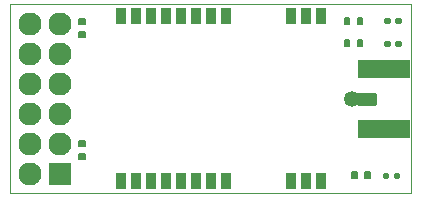
<source format=gts>
G75*
%MOIN*%
%OFA0B0*%
%FSLAX25Y25*%
%IPPOS*%
%LPD*%
%AMOC8*
5,1,8,0,0,1.08239X$1,22.5*
%
%ADD10C,0.00000*%
%ADD11C,0.00681*%
%ADD12R,0.03450X0.05300*%
%ADD13R,0.07700X0.07700*%
%ADD14C,0.07700*%
%ADD15C,0.00860*%
%ADD16C,0.05300*%
%ADD17R,0.17300X0.06300*%
%ADD18C,0.01134*%
D10*
X0004900Y0004900D02*
X0004900Y0067900D01*
X0138687Y0067900D01*
X0138687Y0004900D01*
X0004900Y0004900D01*
D11*
X0029891Y0016441D02*
X0029891Y0018029D01*
X0029891Y0016441D02*
X0027909Y0016441D01*
X0027909Y0018029D01*
X0029891Y0018029D01*
X0029891Y0017121D02*
X0027909Y0017121D01*
X0027909Y0017801D02*
X0029891Y0017801D01*
X0029891Y0020771D02*
X0029891Y0022359D01*
X0029891Y0020771D02*
X0027909Y0020771D01*
X0027909Y0022359D01*
X0029891Y0022359D01*
X0029891Y0021451D02*
X0027909Y0021451D01*
X0027909Y0022131D02*
X0029891Y0022131D01*
X0027909Y0056941D02*
X0027909Y0058529D01*
X0029891Y0058529D01*
X0029891Y0056941D01*
X0027909Y0056941D01*
X0027909Y0057621D02*
X0029891Y0057621D01*
X0029891Y0058301D02*
X0027909Y0058301D01*
X0027909Y0061271D02*
X0027909Y0062859D01*
X0029891Y0062859D01*
X0029891Y0061271D01*
X0027909Y0061271D01*
X0027909Y0061951D02*
X0029891Y0061951D01*
X0029891Y0062631D02*
X0027909Y0062631D01*
X0116441Y0063391D02*
X0118029Y0063391D01*
X0118029Y0061409D01*
X0116441Y0061409D01*
X0116441Y0063391D01*
X0116441Y0062089D02*
X0118029Y0062089D01*
X0118029Y0062769D02*
X0116441Y0062769D01*
X0120771Y0063391D02*
X0122359Y0063391D01*
X0122359Y0061409D01*
X0120771Y0061409D01*
X0120771Y0063391D01*
X0120771Y0062089D02*
X0122359Y0062089D01*
X0122359Y0062769D02*
X0120771Y0062769D01*
X0120771Y0055891D02*
X0122359Y0055891D01*
X0122359Y0053909D01*
X0120771Y0053909D01*
X0120771Y0055891D01*
X0120771Y0054589D02*
X0122359Y0054589D01*
X0122359Y0055269D02*
X0120771Y0055269D01*
X0118029Y0055891D02*
X0116441Y0055891D01*
X0118029Y0055891D02*
X0118029Y0053909D01*
X0116441Y0053909D01*
X0116441Y0055891D01*
X0116441Y0054589D02*
X0118029Y0054589D01*
X0118029Y0055269D02*
X0116441Y0055269D01*
X0118941Y0011891D02*
X0120529Y0011891D01*
X0120529Y0009909D01*
X0118941Y0009909D01*
X0118941Y0011891D01*
X0118941Y0010589D02*
X0120529Y0010589D01*
X0120529Y0011269D02*
X0118941Y0011269D01*
X0123271Y0011891D02*
X0124859Y0011891D01*
X0124859Y0009909D01*
X0123271Y0009909D01*
X0123271Y0011891D01*
X0123271Y0010589D02*
X0124859Y0010589D01*
X0124859Y0011269D02*
X0123271Y0011269D01*
D12*
X0108703Y0008900D03*
X0103703Y0008900D03*
X0098703Y0008900D03*
X0076774Y0008900D03*
X0071774Y0008900D03*
X0066774Y0008900D03*
X0061774Y0008900D03*
X0056774Y0008900D03*
X0051774Y0008900D03*
X0046774Y0008900D03*
X0041774Y0008900D03*
X0041774Y0064018D03*
X0046774Y0064018D03*
X0051774Y0064018D03*
X0056774Y0064018D03*
X0061774Y0064018D03*
X0066774Y0064018D03*
X0071774Y0064018D03*
X0076774Y0064018D03*
X0098703Y0064018D03*
X0103703Y0064018D03*
X0108703Y0064018D03*
D13*
X0021400Y0011400D03*
D14*
X0011400Y0011400D03*
X0011400Y0021400D03*
X0021400Y0021400D03*
X0021400Y0031400D03*
X0011400Y0031400D03*
X0011400Y0041400D03*
X0021400Y0041400D03*
X0021400Y0051400D03*
X0011400Y0051400D03*
X0011400Y0061400D03*
X0021400Y0061400D03*
D15*
X0121051Y0038120D02*
X0126491Y0038120D01*
X0126491Y0034680D01*
X0121051Y0034680D01*
X0121051Y0038120D01*
X0121051Y0035539D02*
X0126491Y0035539D01*
X0126491Y0036398D02*
X0121051Y0036398D01*
X0121051Y0037257D02*
X0126491Y0037257D01*
X0126491Y0038116D02*
X0121051Y0038116D01*
D16*
X0118900Y0036400D03*
D17*
X0129650Y0046400D03*
X0129650Y0026400D03*
D18*
X0130646Y0011467D02*
X0130646Y0010333D01*
X0129512Y0010333D01*
X0129512Y0011467D01*
X0130646Y0011467D01*
X0130646Y0011466D02*
X0129512Y0011466D01*
X0134288Y0011467D02*
X0134288Y0010333D01*
X0133154Y0010333D01*
X0133154Y0011467D01*
X0134288Y0011467D01*
X0134288Y0011466D02*
X0133154Y0011466D01*
X0134788Y0054333D02*
X0134788Y0055467D01*
X0134788Y0054333D02*
X0133654Y0054333D01*
X0133654Y0055467D01*
X0134788Y0055467D01*
X0134788Y0055466D02*
X0133654Y0055466D01*
X0131146Y0055467D02*
X0131146Y0054333D01*
X0130012Y0054333D01*
X0130012Y0055467D01*
X0131146Y0055467D01*
X0131146Y0055466D02*
X0130012Y0055466D01*
X0131146Y0061833D02*
X0131146Y0062967D01*
X0131146Y0061833D02*
X0130012Y0061833D01*
X0130012Y0062967D01*
X0131146Y0062967D01*
X0131146Y0062966D02*
X0130012Y0062966D01*
X0134788Y0062967D02*
X0134788Y0061833D01*
X0133654Y0061833D01*
X0133654Y0062967D01*
X0134788Y0062967D01*
X0134788Y0062966D02*
X0133654Y0062966D01*
M02*

</source>
